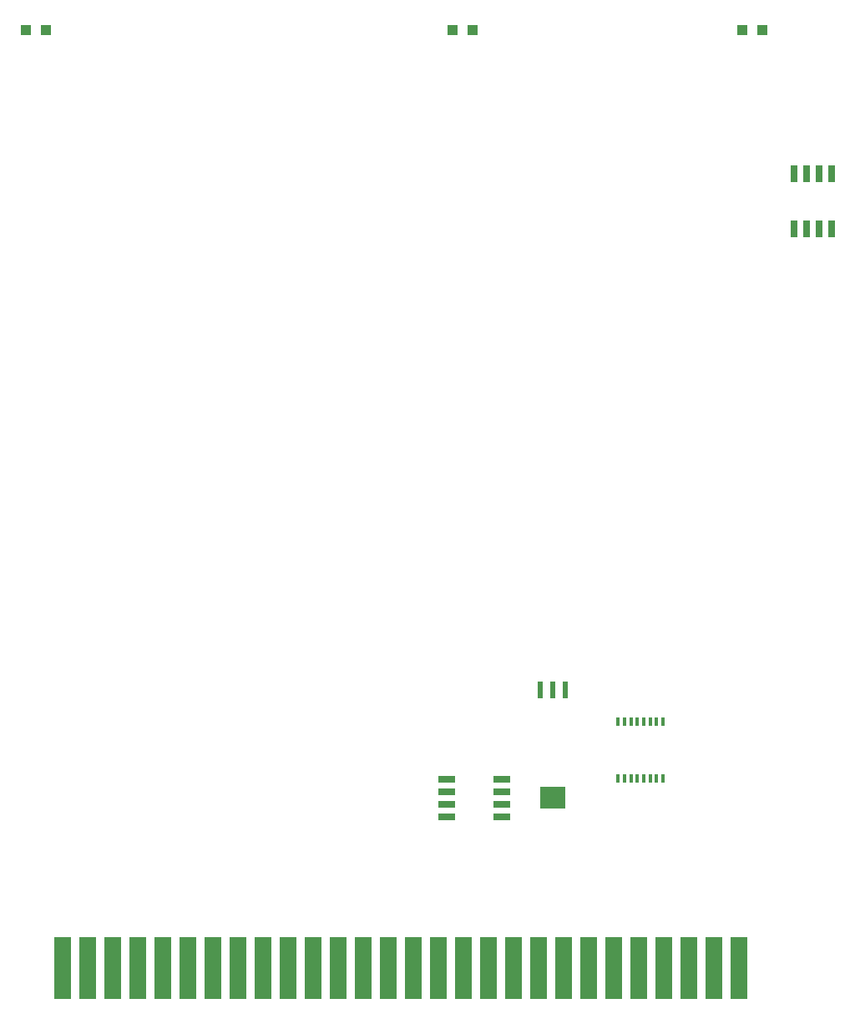
<source format=gtp>
G75*
%MOIN*%
%OFA0B0*%
%FSLAX25Y25*%
%IPPOS*%
%LPD*%
%AMOC8*
5,1,8,0,0,1.08239X$1,22.5*
%
%ADD10R,0.06500X0.25000*%
%ADD11R,0.04331X0.04331*%
%ADD12R,0.02559X0.06890*%
%ADD13R,0.06890X0.02559*%
%ADD14R,0.02008X0.07008*%
%ADD15R,0.10000X0.09016*%
%ADD16R,0.01378X0.03543*%
D10*
X0067750Y0017500D03*
X0077750Y0017500D03*
X0087750Y0017500D03*
X0097750Y0017500D03*
X0107750Y0017500D03*
X0117750Y0017500D03*
X0127750Y0017500D03*
X0137750Y0017500D03*
X0147750Y0017500D03*
X0157750Y0017500D03*
X0167750Y0017500D03*
X0177750Y0017500D03*
X0187750Y0017500D03*
X0197750Y0017500D03*
X0207750Y0017500D03*
X0217750Y0017500D03*
X0227750Y0017500D03*
X0237750Y0017500D03*
X0247750Y0017500D03*
X0257750Y0017500D03*
X0267750Y0017500D03*
X0277750Y0017500D03*
X0287750Y0017500D03*
X0297750Y0017500D03*
X0307750Y0017500D03*
X0317750Y0017500D03*
X0327750Y0017500D03*
X0337750Y0017500D03*
D11*
X0339063Y0392000D03*
X0346937Y0392000D03*
X0231437Y0392000D03*
X0223563Y0392000D03*
X0060937Y0392000D03*
X0053063Y0392000D03*
D12*
X0359700Y0334647D03*
X0364700Y0334647D03*
X0369700Y0334647D03*
X0374700Y0334647D03*
X0374700Y0312600D03*
X0369700Y0312600D03*
X0364700Y0312600D03*
X0359700Y0312600D03*
D13*
X0243000Y0093000D03*
X0243000Y0088000D03*
X0243000Y0083000D03*
X0243000Y0078000D03*
X0220953Y0078000D03*
X0220953Y0083000D03*
X0220953Y0088000D03*
X0220953Y0093000D03*
D14*
X0258500Y0128500D03*
X0263500Y0128500D03*
X0268500Y0128500D03*
D15*
X0263500Y0085488D03*
D16*
X0289543Y0093181D03*
X0292102Y0093181D03*
X0294661Y0093181D03*
X0297220Y0093181D03*
X0299780Y0093181D03*
X0302339Y0093181D03*
X0304898Y0093181D03*
X0307457Y0093181D03*
X0307457Y0115819D03*
X0304898Y0115819D03*
X0302339Y0115819D03*
X0299780Y0115819D03*
X0297220Y0115819D03*
X0294661Y0115819D03*
X0292102Y0115819D03*
X0289543Y0115819D03*
M02*

</source>
